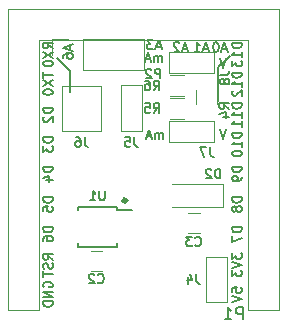
<source format=gbr>
G04 #@! TF.GenerationSoftware,KiCad,Pcbnew,6.0.4-1.fc34*
G04 #@! TF.CreationDate,2023-10-23T18:29:32+02:00*
G04 #@! TF.ProjectId,Microduino_ADC_DE,4d696372-6f64-4756-996e-6f5f4144435f,1.0*
G04 #@! TF.SameCoordinates,Original*
G04 #@! TF.FileFunction,Legend,Bot*
G04 #@! TF.FilePolarity,Positive*
%FSLAX46Y46*%
G04 Gerber Fmt 4.6, Leading zero omitted, Abs format (unit mm)*
G04 Created by KiCad (PCBNEW 6.0.4-1.fc34) date 2023-10-23 18:29:32*
%MOMM*%
%LPD*%
G01*
G04 APERTURE LIST*
%ADD10C,0.300000*%
%ADD11C,0.150000*%
%ADD12C,0.120000*%
G04 APERTURE END LIST*
D10*
X150028705Y-80225000D02*
G75*
G03*
X150028705Y-80225000I-167705J0D01*
G01*
D11*
X158452666Y-74186904D02*
X158186000Y-74986904D01*
X157919333Y-74186904D01*
X153046714Y-68486904D02*
X153046714Y-67953571D01*
X153046714Y-68029761D02*
X153008619Y-67991666D01*
X152932428Y-67953571D01*
X152818142Y-67953571D01*
X152741952Y-67991666D01*
X152703857Y-68067857D01*
X152703857Y-68486904D01*
X152703857Y-68067857D02*
X152665761Y-67991666D01*
X152589571Y-67953571D01*
X152475285Y-67953571D01*
X152399095Y-67991666D01*
X152361000Y-68067857D01*
X152361000Y-68486904D01*
X152018142Y-68258333D02*
X151637190Y-68258333D01*
X152094333Y-68486904D02*
X151827666Y-67686904D01*
X151561000Y-68486904D01*
X158427666Y-68186904D02*
X158161000Y-68986904D01*
X157894333Y-68186904D01*
X153121714Y-75036904D02*
X153121714Y-74503571D01*
X153121714Y-74579761D02*
X153083619Y-74541666D01*
X153007428Y-74503571D01*
X152893142Y-74503571D01*
X152816952Y-74541666D01*
X152778857Y-74617857D01*
X152778857Y-75036904D01*
X152778857Y-74617857D02*
X152740761Y-74541666D01*
X152664571Y-74503571D01*
X152550285Y-74503571D01*
X152474095Y-74541666D01*
X152436000Y-74617857D01*
X152436000Y-75036904D01*
X152093142Y-74808333D02*
X151712190Y-74808333D01*
X152169333Y-75036904D02*
X151902666Y-74236904D01*
X151636000Y-75036904D01*
X159839095Y-90287380D02*
X159839095Y-89287380D01*
X159458142Y-89287380D01*
X159362904Y-89335000D01*
X159315285Y-89382619D01*
X159267666Y-89477857D01*
X159267666Y-89620714D01*
X159315285Y-89715952D01*
X159362904Y-89763571D01*
X159458142Y-89811190D01*
X159839095Y-89811190D01*
X158315285Y-90287380D02*
X158886714Y-90287380D01*
X158601000Y-90287380D02*
X158601000Y-89287380D01*
X158696238Y-89430238D01*
X158791476Y-89525476D01*
X158886714Y-89573095D01*
X156882428Y-67408333D02*
X156501476Y-67408333D01*
X156958619Y-67636904D02*
X156691952Y-66836904D01*
X156425285Y-67636904D01*
X155739571Y-67636904D02*
X156196714Y-67636904D01*
X155968142Y-67636904D02*
X155968142Y-66836904D01*
X156044333Y-66951190D01*
X156120523Y-67027380D01*
X156196714Y-67065476D01*
X143742904Y-77374523D02*
X142942904Y-77374523D01*
X142942904Y-77565000D01*
X142981000Y-77679285D01*
X143057190Y-77755476D01*
X143133380Y-77793571D01*
X143285761Y-77831666D01*
X143400047Y-77831666D01*
X143552428Y-77793571D01*
X143628619Y-77755476D01*
X143704809Y-77679285D01*
X143742904Y-77565000D01*
X143742904Y-77374523D01*
X143209571Y-78517380D02*
X143742904Y-78517380D01*
X142904809Y-78326904D02*
X143476238Y-78136428D01*
X143476238Y-78631666D01*
X158942904Y-84674523D02*
X158942904Y-85169761D01*
X159247666Y-84903095D01*
X159247666Y-85017380D01*
X159285761Y-85093571D01*
X159323857Y-85131666D01*
X159400047Y-85169761D01*
X159590523Y-85169761D01*
X159666714Y-85131666D01*
X159704809Y-85093571D01*
X159742904Y-85017380D01*
X159742904Y-84788809D01*
X159704809Y-84712619D01*
X159666714Y-84674523D01*
X158942904Y-85398333D02*
X159742904Y-85665000D01*
X158942904Y-85931666D01*
X158942904Y-86122142D02*
X158942904Y-86617380D01*
X159247666Y-86350714D01*
X159247666Y-86465000D01*
X159285761Y-86541190D01*
X159323857Y-86579285D01*
X159400047Y-86617380D01*
X159590523Y-86617380D01*
X159666714Y-86579285D01*
X159704809Y-86541190D01*
X159742904Y-86465000D01*
X159742904Y-86236428D01*
X159704809Y-86160238D01*
X159666714Y-86122142D01*
X159742904Y-71993571D02*
X158942904Y-71993571D01*
X158942904Y-72184047D01*
X158981000Y-72298333D01*
X159057190Y-72374523D01*
X159133380Y-72412619D01*
X159285761Y-72450714D01*
X159400047Y-72450714D01*
X159552428Y-72412619D01*
X159628619Y-72374523D01*
X159704809Y-72298333D01*
X159742904Y-72184047D01*
X159742904Y-71993571D01*
X159742904Y-73212619D02*
X159742904Y-72755476D01*
X159742904Y-72984047D02*
X158942904Y-72984047D01*
X159057190Y-72907857D01*
X159133380Y-72831666D01*
X159171476Y-72755476D01*
X159742904Y-73974523D02*
X159742904Y-73517380D01*
X159742904Y-73745952D02*
X158942904Y-73745952D01*
X159057190Y-73669761D01*
X159133380Y-73593571D01*
X159171476Y-73517380D01*
X159742904Y-79974523D02*
X158942904Y-79974523D01*
X158942904Y-80165000D01*
X158981000Y-80279285D01*
X159057190Y-80355476D01*
X159133380Y-80393571D01*
X159285761Y-80431666D01*
X159400047Y-80431666D01*
X159552428Y-80393571D01*
X159628619Y-80355476D01*
X159704809Y-80279285D01*
X159742904Y-80165000D01*
X159742904Y-79974523D01*
X159285761Y-80888809D02*
X159247666Y-80812619D01*
X159209571Y-80774523D01*
X159133380Y-80736428D01*
X159095285Y-80736428D01*
X159019095Y-80774523D01*
X158981000Y-80812619D01*
X158942904Y-80888809D01*
X158942904Y-81041190D01*
X158981000Y-81117380D01*
X159019095Y-81155476D01*
X159095285Y-81193571D01*
X159133380Y-81193571D01*
X159209571Y-81155476D01*
X159247666Y-81117380D01*
X159285761Y-81041190D01*
X159285761Y-80888809D01*
X159323857Y-80812619D01*
X159361952Y-80774523D01*
X159438142Y-80736428D01*
X159590523Y-80736428D01*
X159666714Y-80774523D01*
X159704809Y-80812619D01*
X159742904Y-80888809D01*
X159742904Y-81041190D01*
X159704809Y-81117380D01*
X159666714Y-81155476D01*
X159590523Y-81193571D01*
X159438142Y-81193571D01*
X159361952Y-81155476D01*
X159323857Y-81117380D01*
X159285761Y-81041190D01*
X158482428Y-67408333D02*
X158101476Y-67408333D01*
X158558619Y-67636904D02*
X158291952Y-66836904D01*
X158025285Y-67636904D01*
X157606238Y-66836904D02*
X157530047Y-66836904D01*
X157453857Y-66875000D01*
X157415761Y-66913095D01*
X157377666Y-66989285D01*
X157339571Y-67141666D01*
X157339571Y-67332142D01*
X157377666Y-67484523D01*
X157415761Y-67560714D01*
X157453857Y-67598809D01*
X157530047Y-67636904D01*
X157606238Y-67636904D01*
X157682428Y-67598809D01*
X157720523Y-67560714D01*
X157758619Y-67484523D01*
X157796714Y-67332142D01*
X157796714Y-67141666D01*
X157758619Y-66989285D01*
X157720523Y-66913095D01*
X157682428Y-66875000D01*
X157606238Y-66836904D01*
X143742904Y-79974523D02*
X142942904Y-79974523D01*
X142942904Y-80165000D01*
X142981000Y-80279285D01*
X143057190Y-80355476D01*
X143133380Y-80393571D01*
X143285761Y-80431666D01*
X143400047Y-80431666D01*
X143552428Y-80393571D01*
X143628619Y-80355476D01*
X143704809Y-80279285D01*
X143742904Y-80165000D01*
X143742904Y-79974523D01*
X142942904Y-81155476D02*
X142942904Y-80774523D01*
X143323857Y-80736428D01*
X143285761Y-80774523D01*
X143247666Y-80850714D01*
X143247666Y-81041190D01*
X143285761Y-81117380D01*
X143323857Y-81155476D01*
X143400047Y-81193571D01*
X143590523Y-81193571D01*
X143666714Y-81155476D01*
X143704809Y-81117380D01*
X143742904Y-81041190D01*
X143742904Y-80850714D01*
X143704809Y-80774523D01*
X143666714Y-80736428D01*
X142981000Y-87555476D02*
X142942904Y-87479285D01*
X142942904Y-87365000D01*
X142981000Y-87250714D01*
X143057190Y-87174523D01*
X143133380Y-87136428D01*
X143285761Y-87098333D01*
X143400047Y-87098333D01*
X143552428Y-87136428D01*
X143628619Y-87174523D01*
X143704809Y-87250714D01*
X143742904Y-87365000D01*
X143742904Y-87441190D01*
X143704809Y-87555476D01*
X143666714Y-87593571D01*
X143400047Y-87593571D01*
X143400047Y-87441190D01*
X143742904Y-87936428D02*
X142942904Y-87936428D01*
X143742904Y-88393571D01*
X142942904Y-88393571D01*
X143742904Y-88774523D02*
X142942904Y-88774523D01*
X142942904Y-88965000D01*
X142981000Y-89079285D01*
X143057190Y-89155476D01*
X143133380Y-89193571D01*
X143285761Y-89231666D01*
X143400047Y-89231666D01*
X143552428Y-89193571D01*
X143628619Y-89155476D01*
X143704809Y-89079285D01*
X143742904Y-88965000D01*
X143742904Y-88774523D01*
X142942904Y-69374523D02*
X142942904Y-69831666D01*
X143742904Y-69603095D02*
X142942904Y-69603095D01*
X142942904Y-70022142D02*
X143742904Y-70555476D01*
X142942904Y-70555476D02*
X143742904Y-70022142D01*
X142942904Y-71012619D02*
X142942904Y-71088809D01*
X142981000Y-71165000D01*
X143019095Y-71203095D01*
X143095285Y-71241190D01*
X143247666Y-71279285D01*
X143438142Y-71279285D01*
X143590523Y-71241190D01*
X143666714Y-71203095D01*
X143704809Y-71165000D01*
X143742904Y-71088809D01*
X143742904Y-71012619D01*
X143704809Y-70936428D01*
X143666714Y-70898333D01*
X143590523Y-70860238D01*
X143438142Y-70822142D01*
X143247666Y-70822142D01*
X143095285Y-70860238D01*
X143019095Y-70898333D01*
X142981000Y-70936428D01*
X142942904Y-71012619D01*
X155132428Y-67408333D02*
X154751476Y-67408333D01*
X155208619Y-67636904D02*
X154941952Y-66836904D01*
X154675285Y-67636904D01*
X154446714Y-66913095D02*
X154408619Y-66875000D01*
X154332428Y-66836904D01*
X154141952Y-66836904D01*
X154065761Y-66875000D01*
X154027666Y-66913095D01*
X153989571Y-66989285D01*
X153989571Y-67065476D01*
X154027666Y-67179761D01*
X154484809Y-67636904D01*
X153989571Y-67636904D01*
X152907428Y-67208333D02*
X152526476Y-67208333D01*
X152983619Y-67436904D02*
X152716952Y-66636904D01*
X152450285Y-67436904D01*
X152259809Y-66636904D02*
X151764571Y-66636904D01*
X152031238Y-66941666D01*
X151916952Y-66941666D01*
X151840761Y-66979761D01*
X151802666Y-67017857D01*
X151764571Y-67094047D01*
X151764571Y-67284523D01*
X151802666Y-67360714D01*
X151840761Y-67398809D01*
X151916952Y-67436904D01*
X152145523Y-67436904D01*
X152221714Y-67398809D01*
X152259809Y-67360714D01*
X159742904Y-74493571D02*
X158942904Y-74493571D01*
X158942904Y-74684047D01*
X158981000Y-74798333D01*
X159057190Y-74874523D01*
X159133380Y-74912619D01*
X159285761Y-74950714D01*
X159400047Y-74950714D01*
X159552428Y-74912619D01*
X159628619Y-74874523D01*
X159704809Y-74798333D01*
X159742904Y-74684047D01*
X159742904Y-74493571D01*
X159742904Y-75712619D02*
X159742904Y-75255476D01*
X159742904Y-75484047D02*
X158942904Y-75484047D01*
X159057190Y-75407857D01*
X159133380Y-75331666D01*
X159171476Y-75255476D01*
X158942904Y-76207857D02*
X158942904Y-76284047D01*
X158981000Y-76360238D01*
X159019095Y-76398333D01*
X159095285Y-76436428D01*
X159247666Y-76474523D01*
X159438142Y-76474523D01*
X159590523Y-76436428D01*
X159666714Y-76398333D01*
X159704809Y-76360238D01*
X159742904Y-76284047D01*
X159742904Y-76207857D01*
X159704809Y-76131666D01*
X159666714Y-76093571D01*
X159590523Y-76055476D01*
X159438142Y-76017380D01*
X159247666Y-76017380D01*
X159095285Y-76055476D01*
X159019095Y-76093571D01*
X158981000Y-76131666D01*
X158942904Y-76207857D01*
X143742904Y-82474523D02*
X142942904Y-82474523D01*
X142942904Y-82665000D01*
X142981000Y-82779285D01*
X143057190Y-82855476D01*
X143133380Y-82893571D01*
X143285761Y-82931666D01*
X143400047Y-82931666D01*
X143552428Y-82893571D01*
X143628619Y-82855476D01*
X143704809Y-82779285D01*
X143742904Y-82665000D01*
X143742904Y-82474523D01*
X142942904Y-83617380D02*
X142942904Y-83465000D01*
X142981000Y-83388809D01*
X143019095Y-83350714D01*
X143133380Y-83274523D01*
X143285761Y-83236428D01*
X143590523Y-83236428D01*
X143666714Y-83274523D01*
X143704809Y-83312619D01*
X143742904Y-83388809D01*
X143742904Y-83541190D01*
X143704809Y-83617380D01*
X143666714Y-83655476D01*
X143590523Y-83693571D01*
X143400047Y-83693571D01*
X143323857Y-83655476D01*
X143285761Y-83617380D01*
X143247666Y-83541190D01*
X143247666Y-83388809D01*
X143285761Y-83312619D01*
X143323857Y-83274523D01*
X143400047Y-83236428D01*
X143742904Y-74874523D02*
X142942904Y-74874523D01*
X142942904Y-75065000D01*
X142981000Y-75179285D01*
X143057190Y-75255476D01*
X143133380Y-75293571D01*
X143285761Y-75331666D01*
X143400047Y-75331666D01*
X143552428Y-75293571D01*
X143628619Y-75255476D01*
X143704809Y-75179285D01*
X143742904Y-75065000D01*
X143742904Y-74874523D01*
X142942904Y-75598333D02*
X142942904Y-76093571D01*
X143247666Y-75826904D01*
X143247666Y-75941190D01*
X143285761Y-76017380D01*
X143323857Y-76055476D01*
X143400047Y-76093571D01*
X143590523Y-76093571D01*
X143666714Y-76055476D01*
X143704809Y-76017380D01*
X143742904Y-75941190D01*
X143742904Y-75712619D01*
X143704809Y-75636428D01*
X143666714Y-75598333D01*
X159742904Y-69393571D02*
X158942904Y-69393571D01*
X158942904Y-69584047D01*
X158981000Y-69698333D01*
X159057190Y-69774523D01*
X159133380Y-69812619D01*
X159285761Y-69850714D01*
X159400047Y-69850714D01*
X159552428Y-69812619D01*
X159628619Y-69774523D01*
X159704809Y-69698333D01*
X159742904Y-69584047D01*
X159742904Y-69393571D01*
X159742904Y-70612619D02*
X159742904Y-70155476D01*
X159742904Y-70384047D02*
X158942904Y-70384047D01*
X159057190Y-70307857D01*
X159133380Y-70231666D01*
X159171476Y-70155476D01*
X159019095Y-70917380D02*
X158981000Y-70955476D01*
X158942904Y-71031666D01*
X158942904Y-71222142D01*
X158981000Y-71298333D01*
X159019095Y-71336428D01*
X159095285Y-71374523D01*
X159171476Y-71374523D01*
X159285761Y-71336428D01*
X159742904Y-70879285D01*
X159742904Y-71374523D01*
X143742904Y-85226904D02*
X143361952Y-84960238D01*
X143742904Y-84769761D02*
X142942904Y-84769761D01*
X142942904Y-85074523D01*
X142981000Y-85150714D01*
X143019095Y-85188809D01*
X143095285Y-85226904D01*
X143209571Y-85226904D01*
X143285761Y-85188809D01*
X143323857Y-85150714D01*
X143361952Y-85074523D01*
X143361952Y-84769761D01*
X143704809Y-85531666D02*
X143742904Y-85645952D01*
X143742904Y-85836428D01*
X143704809Y-85912619D01*
X143666714Y-85950714D01*
X143590523Y-85988809D01*
X143514333Y-85988809D01*
X143438142Y-85950714D01*
X143400047Y-85912619D01*
X143361952Y-85836428D01*
X143323857Y-85684047D01*
X143285761Y-85607857D01*
X143247666Y-85569761D01*
X143171476Y-85531666D01*
X143095285Y-85531666D01*
X143019095Y-85569761D01*
X142981000Y-85607857D01*
X142942904Y-85684047D01*
X142942904Y-85874523D01*
X142981000Y-85988809D01*
X142942904Y-86217380D02*
X142942904Y-86674523D01*
X143742904Y-86445952D02*
X142942904Y-86445952D01*
X145214333Y-67093571D02*
X145214333Y-67474523D01*
X145442904Y-67017380D02*
X144642904Y-67284047D01*
X145442904Y-67550714D01*
X144642904Y-68160238D02*
X144642904Y-68007857D01*
X144681000Y-67931666D01*
X144719095Y-67893571D01*
X144833380Y-67817380D01*
X144985761Y-67779285D01*
X145290523Y-67779285D01*
X145366714Y-67817380D01*
X145404809Y-67855476D01*
X145442904Y-67931666D01*
X145442904Y-68084047D01*
X145404809Y-68160238D01*
X145366714Y-68198333D01*
X145290523Y-68236428D01*
X145100047Y-68236428D01*
X145023857Y-68198333D01*
X144985761Y-68160238D01*
X144947666Y-68084047D01*
X144947666Y-67931666D01*
X144985761Y-67855476D01*
X145023857Y-67817380D01*
X145100047Y-67779285D01*
X159742904Y-77374523D02*
X158942904Y-77374523D01*
X158942904Y-77565000D01*
X158981000Y-77679285D01*
X159057190Y-77755476D01*
X159133380Y-77793571D01*
X159285761Y-77831666D01*
X159400047Y-77831666D01*
X159552428Y-77793571D01*
X159628619Y-77755476D01*
X159704809Y-77679285D01*
X159742904Y-77565000D01*
X159742904Y-77374523D01*
X159742904Y-78212619D02*
X159742904Y-78365000D01*
X159704809Y-78441190D01*
X159666714Y-78479285D01*
X159552428Y-78555476D01*
X159400047Y-78593571D01*
X159095285Y-78593571D01*
X159019095Y-78555476D01*
X158981000Y-78517380D01*
X158942904Y-78441190D01*
X158942904Y-78288809D01*
X158981000Y-78212619D01*
X159019095Y-78174523D01*
X159095285Y-78136428D01*
X159285761Y-78136428D01*
X159361952Y-78174523D01*
X159400047Y-78212619D01*
X159438142Y-78288809D01*
X159438142Y-78441190D01*
X159400047Y-78517380D01*
X159361952Y-78555476D01*
X159285761Y-78593571D01*
X143742904Y-67350714D02*
X143361952Y-67084047D01*
X143742904Y-66893571D02*
X142942904Y-66893571D01*
X142942904Y-67198333D01*
X142981000Y-67274523D01*
X143019095Y-67312619D01*
X143095285Y-67350714D01*
X143209571Y-67350714D01*
X143285761Y-67312619D01*
X143323857Y-67274523D01*
X143361952Y-67198333D01*
X143361952Y-66893571D01*
X142942904Y-67617380D02*
X143742904Y-68150714D01*
X142942904Y-68150714D02*
X143742904Y-67617380D01*
X142942904Y-68607857D02*
X142942904Y-68684047D01*
X142981000Y-68760238D01*
X143019095Y-68798333D01*
X143095285Y-68836428D01*
X143247666Y-68874523D01*
X143438142Y-68874523D01*
X143590523Y-68836428D01*
X143666714Y-68798333D01*
X143704809Y-68760238D01*
X143742904Y-68684047D01*
X143742904Y-68607857D01*
X143704809Y-68531666D01*
X143666714Y-68493571D01*
X143590523Y-68455476D01*
X143438142Y-68417380D01*
X143247666Y-68417380D01*
X143095285Y-68455476D01*
X143019095Y-68493571D01*
X142981000Y-68531666D01*
X142942904Y-68607857D01*
X158942904Y-88012619D02*
X158942904Y-87631666D01*
X159323857Y-87593571D01*
X159285761Y-87631666D01*
X159247666Y-87707857D01*
X159247666Y-87898333D01*
X159285761Y-87974523D01*
X159323857Y-88012619D01*
X159400047Y-88050714D01*
X159590523Y-88050714D01*
X159666714Y-88012619D01*
X159704809Y-87974523D01*
X159742904Y-87898333D01*
X159742904Y-87707857D01*
X159704809Y-87631666D01*
X159666714Y-87593571D01*
X158942904Y-88279285D02*
X159742904Y-88545952D01*
X158942904Y-88812619D01*
X159742904Y-82474523D02*
X158942904Y-82474523D01*
X158942904Y-82665000D01*
X158981000Y-82779285D01*
X159057190Y-82855476D01*
X159133380Y-82893571D01*
X159285761Y-82931666D01*
X159400047Y-82931666D01*
X159552428Y-82893571D01*
X159628619Y-82855476D01*
X159704809Y-82779285D01*
X159742904Y-82665000D01*
X159742904Y-82474523D01*
X158942904Y-83198333D02*
X158942904Y-83731666D01*
X159742904Y-83388809D01*
X143742904Y-72374523D02*
X142942904Y-72374523D01*
X142942904Y-72565000D01*
X142981000Y-72679285D01*
X143057190Y-72755476D01*
X143133380Y-72793571D01*
X143285761Y-72831666D01*
X143400047Y-72831666D01*
X143552428Y-72793571D01*
X143628619Y-72755476D01*
X143704809Y-72679285D01*
X143742904Y-72565000D01*
X143742904Y-72374523D01*
X143019095Y-73136428D02*
X142981000Y-73174523D01*
X142942904Y-73250714D01*
X142942904Y-73441190D01*
X142981000Y-73517380D01*
X143019095Y-73555476D01*
X143095285Y-73593571D01*
X143171476Y-73593571D01*
X143285761Y-73555476D01*
X143742904Y-73098333D01*
X143742904Y-73593571D01*
X159742904Y-66893571D02*
X158942904Y-66893571D01*
X158942904Y-67084047D01*
X158981000Y-67198333D01*
X159057190Y-67274523D01*
X159133380Y-67312619D01*
X159285761Y-67350714D01*
X159400047Y-67350714D01*
X159552428Y-67312619D01*
X159628619Y-67274523D01*
X159704809Y-67198333D01*
X159742904Y-67084047D01*
X159742904Y-66893571D01*
X159742904Y-68112619D02*
X159742904Y-67655476D01*
X159742904Y-67884047D02*
X158942904Y-67884047D01*
X159057190Y-67807857D01*
X159133380Y-67731666D01*
X159171476Y-67655476D01*
X158942904Y-68379285D02*
X158942904Y-68874523D01*
X159247666Y-68607857D01*
X159247666Y-68722142D01*
X159285761Y-68798333D01*
X159323857Y-68836428D01*
X159400047Y-68874523D01*
X159590523Y-68874523D01*
X159666714Y-68836428D01*
X159704809Y-68798333D01*
X159742904Y-68722142D01*
X159742904Y-68493571D01*
X159704809Y-68417380D01*
X159666714Y-68379285D01*
X155927666Y-86461904D02*
X155927666Y-87033333D01*
X155965761Y-87147619D01*
X156041952Y-87223809D01*
X156156238Y-87261904D01*
X156232428Y-87261904D01*
X155203857Y-86728571D02*
X155203857Y-87261904D01*
X155394333Y-86423809D02*
X155584809Y-86995238D01*
X155089571Y-86995238D01*
X152851476Y-69861904D02*
X152851476Y-69061904D01*
X152546714Y-69061904D01*
X152470523Y-69100000D01*
X152432428Y-69138095D01*
X152394333Y-69214285D01*
X152394333Y-69328571D01*
X152432428Y-69404761D01*
X152470523Y-69442857D01*
X152546714Y-69480952D01*
X152851476Y-69480952D01*
X152089571Y-69138095D02*
X152051476Y-69100000D01*
X151975285Y-69061904D01*
X151784809Y-69061904D01*
X151708619Y-69100000D01*
X151670523Y-69138095D01*
X151632428Y-69214285D01*
X151632428Y-69290476D01*
X151670523Y-69404761D01*
X152127666Y-69861904D01*
X151632428Y-69861904D01*
X147594333Y-87160714D02*
X147632428Y-87198809D01*
X147746714Y-87236904D01*
X147822904Y-87236904D01*
X147937190Y-87198809D01*
X148013380Y-87122619D01*
X148051476Y-87046428D01*
X148089571Y-86894047D01*
X148089571Y-86779761D01*
X148051476Y-86627380D01*
X148013380Y-86551190D01*
X147937190Y-86475000D01*
X147822904Y-86436904D01*
X147746714Y-86436904D01*
X147632428Y-86475000D01*
X147594333Y-86513095D01*
X147289571Y-86513095D02*
X147251476Y-86475000D01*
X147175285Y-86436904D01*
X146984809Y-86436904D01*
X146908619Y-86475000D01*
X146870523Y-86513095D01*
X146832428Y-86589285D01*
X146832428Y-86665476D01*
X146870523Y-86779761D01*
X147327666Y-87236904D01*
X146832428Y-87236904D01*
X155819333Y-84010714D02*
X155857428Y-84048809D01*
X155971714Y-84086904D01*
X156047904Y-84086904D01*
X156162190Y-84048809D01*
X156238380Y-83972619D01*
X156276476Y-83896428D01*
X156314571Y-83744047D01*
X156314571Y-83629761D01*
X156276476Y-83477380D01*
X156238380Y-83401190D01*
X156162190Y-83325000D01*
X156047904Y-83286904D01*
X155971714Y-83286904D01*
X155857428Y-83325000D01*
X155819333Y-83363095D01*
X155552666Y-83286904D02*
X155057428Y-83286904D01*
X155324095Y-83591666D01*
X155209809Y-83591666D01*
X155133619Y-83629761D01*
X155095523Y-83667857D01*
X155057428Y-83744047D01*
X155057428Y-83934523D01*
X155095523Y-84010714D01*
X155133619Y-84048809D01*
X155209809Y-84086904D01*
X155438380Y-84086904D01*
X155514571Y-84048809D01*
X155552666Y-84010714D01*
X157951476Y-78336904D02*
X157951476Y-77536904D01*
X157761000Y-77536904D01*
X157646714Y-77575000D01*
X157570523Y-77651190D01*
X157532428Y-77727380D01*
X157494333Y-77879761D01*
X157494333Y-77994047D01*
X157532428Y-78146428D01*
X157570523Y-78222619D01*
X157646714Y-78298809D01*
X157761000Y-78336904D01*
X157951476Y-78336904D01*
X157189571Y-77613095D02*
X157151476Y-77575000D01*
X157075285Y-77536904D01*
X156884809Y-77536904D01*
X156808619Y-77575000D01*
X156770523Y-77613095D01*
X156732428Y-77689285D01*
X156732428Y-77765476D01*
X156770523Y-77879761D01*
X157227666Y-78336904D01*
X156732428Y-78336904D01*
X150677666Y-74861904D02*
X150677666Y-75433333D01*
X150715761Y-75547619D01*
X150791952Y-75623809D01*
X150906238Y-75661904D01*
X150982428Y-75661904D01*
X149915761Y-74861904D02*
X150296714Y-74861904D01*
X150334809Y-75242857D01*
X150296714Y-75204761D01*
X150220523Y-75166666D01*
X150030047Y-75166666D01*
X149953857Y-75204761D01*
X149915761Y-75242857D01*
X149877666Y-75319047D01*
X149877666Y-75509523D01*
X149915761Y-75585714D01*
X149953857Y-75623809D01*
X150030047Y-75661904D01*
X150220523Y-75661904D01*
X150296714Y-75623809D01*
X150334809Y-75585714D01*
X146477666Y-74861904D02*
X146477666Y-75433333D01*
X146515761Y-75547619D01*
X146591952Y-75623809D01*
X146706238Y-75661904D01*
X146782428Y-75661904D01*
X145753857Y-74861904D02*
X145906238Y-74861904D01*
X145982428Y-74900000D01*
X146020523Y-74938095D01*
X146096714Y-75052380D01*
X146134809Y-75204761D01*
X146134809Y-75509523D01*
X146096714Y-75585714D01*
X146058619Y-75623809D01*
X145982428Y-75661904D01*
X145830047Y-75661904D01*
X145753857Y-75623809D01*
X145715761Y-75585714D01*
X145677666Y-75509523D01*
X145677666Y-75319047D01*
X145715761Y-75242857D01*
X145753857Y-75204761D01*
X145830047Y-75166666D01*
X145982428Y-75166666D01*
X146058619Y-75204761D01*
X146096714Y-75242857D01*
X146134809Y-75319047D01*
X157077666Y-75736904D02*
X157077666Y-76308333D01*
X157115761Y-76422619D01*
X157191952Y-76498809D01*
X157306238Y-76536904D01*
X157382428Y-76536904D01*
X156772904Y-75736904D02*
X156239571Y-75736904D01*
X156582428Y-76536904D01*
X157922904Y-69583333D02*
X158494333Y-69583333D01*
X158608619Y-69545238D01*
X158684809Y-69469047D01*
X158722904Y-69354761D01*
X158722904Y-69278571D01*
X158265761Y-70078571D02*
X158227666Y-70002380D01*
X158189571Y-69964285D01*
X158113380Y-69926190D01*
X158075285Y-69926190D01*
X157999095Y-69964285D01*
X157961000Y-70002380D01*
X157922904Y-70078571D01*
X157922904Y-70230952D01*
X157961000Y-70307142D01*
X157999095Y-70345238D01*
X158075285Y-70383333D01*
X158113380Y-70383333D01*
X158189571Y-70345238D01*
X158227666Y-70307142D01*
X158265761Y-70230952D01*
X158265761Y-70078571D01*
X158303857Y-70002380D01*
X158341952Y-69964285D01*
X158418142Y-69926190D01*
X158570523Y-69926190D01*
X158646714Y-69964285D01*
X158684809Y-70002380D01*
X158722904Y-70078571D01*
X158722904Y-70230952D01*
X158684809Y-70307142D01*
X158646714Y-70345238D01*
X158570523Y-70383333D01*
X158418142Y-70383333D01*
X158341952Y-70345238D01*
X158303857Y-70307142D01*
X158265761Y-70230952D01*
X158672904Y-72441666D02*
X158291952Y-72175000D01*
X158672904Y-71984523D02*
X157872904Y-71984523D01*
X157872904Y-72289285D01*
X157911000Y-72365476D01*
X157949095Y-72403571D01*
X158025285Y-72441666D01*
X158139571Y-72441666D01*
X158215761Y-72403571D01*
X158253857Y-72365476D01*
X158291952Y-72289285D01*
X158291952Y-71984523D01*
X158139571Y-73127380D02*
X158672904Y-73127380D01*
X157834809Y-72936904D02*
X158406238Y-72746428D01*
X158406238Y-73241666D01*
X152294333Y-72786904D02*
X152561000Y-72405952D01*
X152751476Y-72786904D02*
X152751476Y-71986904D01*
X152446714Y-71986904D01*
X152370523Y-72025000D01*
X152332428Y-72063095D01*
X152294333Y-72139285D01*
X152294333Y-72253571D01*
X152332428Y-72329761D01*
X152370523Y-72367857D01*
X152446714Y-72405952D01*
X152751476Y-72405952D01*
X151570523Y-71986904D02*
X151951476Y-71986904D01*
X151989571Y-72367857D01*
X151951476Y-72329761D01*
X151875285Y-72291666D01*
X151684809Y-72291666D01*
X151608619Y-72329761D01*
X151570523Y-72367857D01*
X151532428Y-72444047D01*
X151532428Y-72634523D01*
X151570523Y-72710714D01*
X151608619Y-72748809D01*
X151684809Y-72786904D01*
X151875285Y-72786904D01*
X151951476Y-72748809D01*
X151989571Y-72710714D01*
X152294333Y-70886904D02*
X152561000Y-70505952D01*
X152751476Y-70886904D02*
X152751476Y-70086904D01*
X152446714Y-70086904D01*
X152370523Y-70125000D01*
X152332428Y-70163095D01*
X152294333Y-70239285D01*
X152294333Y-70353571D01*
X152332428Y-70429761D01*
X152370523Y-70467857D01*
X152446714Y-70505952D01*
X152751476Y-70505952D01*
X151608619Y-70086904D02*
X151761000Y-70086904D01*
X151837190Y-70125000D01*
X151875285Y-70163095D01*
X151951476Y-70277380D01*
X151989571Y-70429761D01*
X151989571Y-70734523D01*
X151951476Y-70810714D01*
X151913380Y-70848809D01*
X151837190Y-70886904D01*
X151684809Y-70886904D01*
X151608619Y-70848809D01*
X151570523Y-70810714D01*
X151532428Y-70734523D01*
X151532428Y-70544047D01*
X151570523Y-70467857D01*
X151608619Y-70429761D01*
X151684809Y-70391666D01*
X151837190Y-70391666D01*
X151913380Y-70429761D01*
X151951476Y-70467857D01*
X151989571Y-70544047D01*
X148170523Y-79411904D02*
X148170523Y-80059523D01*
X148132428Y-80135714D01*
X148094333Y-80173809D01*
X148018142Y-80211904D01*
X147865761Y-80211904D01*
X147789571Y-80173809D01*
X147751476Y-80135714D01*
X147713380Y-80059523D01*
X147713380Y-79411904D01*
X146913380Y-80211904D02*
X147370523Y-80211904D01*
X147141952Y-80211904D02*
X147141952Y-79411904D01*
X147218142Y-79526190D01*
X147294333Y-79602380D01*
X147370523Y-79640476D01*
D12*
X162911000Y-89495000D02*
X160251000Y-89495000D01*
X139931000Y-89495000D02*
X139931000Y-63975000D01*
X162911000Y-89495000D02*
X162911000Y-63975000D01*
D11*
X145181000Y-69265000D02*
X144081000Y-68165000D01*
X145181000Y-69265000D02*
X145181000Y-71065000D01*
D12*
X160251000Y-89495000D02*
X160251000Y-66635000D01*
X160251000Y-66635000D02*
X142591000Y-66635000D01*
X139931000Y-63975000D02*
X162911000Y-63975000D01*
X142591000Y-89495000D02*
X142591000Y-66635000D01*
D11*
X158781000Y-67965000D02*
X157781000Y-68965000D01*
X157781000Y-68965000D02*
X157781000Y-71765000D01*
D12*
X142591000Y-89495000D02*
X142591000Y-82685000D01*
X139931000Y-89495000D02*
X142591000Y-89495000D01*
X162911000Y-67845000D02*
X162911000Y-66515000D01*
X158501000Y-88810000D02*
X156721000Y-88810000D01*
X158501000Y-84990000D02*
X156721000Y-84990000D01*
X156721000Y-88810000D02*
X156721000Y-84990000D01*
X158501000Y-84990000D02*
X158501000Y-88810000D01*
X146331000Y-69205000D02*
X151471000Y-69205000D01*
X146331000Y-66545000D02*
X151471000Y-66545000D01*
X151471000Y-66545000D02*
X151471000Y-69205000D01*
X145061000Y-66545000D02*
X143731000Y-66545000D01*
X143731000Y-66545000D02*
X143731000Y-67875000D01*
X146331000Y-66545000D02*
X146331000Y-69205000D01*
X146961000Y-84525000D02*
X147961000Y-84525000D01*
X147961000Y-86225000D02*
X146961000Y-86225000D01*
X156186000Y-83000000D02*
X155186000Y-83000000D01*
X155186000Y-81300000D02*
X156186000Y-81300000D01*
X153886000Y-78800000D02*
X158186000Y-78800000D01*
X158186000Y-80800000D02*
X153886000Y-80800000D01*
X158186000Y-78800000D02*
X158186000Y-80800000D01*
X151326000Y-70490000D02*
X151326000Y-74310000D01*
X149546000Y-74310000D02*
X149546000Y-70490000D01*
X149546000Y-74310000D02*
X151326000Y-74310000D01*
X149546000Y-70490000D02*
X151326000Y-70490000D01*
X146046000Y-74335000D02*
X144516000Y-74335000D01*
X147826000Y-70515000D02*
X147826000Y-74335000D01*
X146046000Y-74335000D02*
X147826000Y-74335000D01*
X144516000Y-74335000D02*
X144516000Y-70515000D01*
X146046000Y-70515000D02*
X147826000Y-70515000D01*
X146046000Y-70515000D02*
X144516000Y-70515000D01*
X153576000Y-75290000D02*
X153576000Y-73510000D01*
X153576000Y-73510000D02*
X157396000Y-73510000D01*
X157396000Y-75290000D02*
X157396000Y-73510000D01*
X157396000Y-75290000D02*
X153576000Y-75290000D01*
X153576000Y-67685000D02*
X157396000Y-67685000D01*
X153576000Y-69465000D02*
X153576000Y-67685000D01*
X157396000Y-69465000D02*
X157396000Y-67685000D01*
X157396000Y-69465000D02*
X153576000Y-69465000D01*
X155881000Y-70875000D02*
X155881000Y-72075000D01*
X157641000Y-72075000D02*
X157641000Y-70875000D01*
X153686000Y-73330000D02*
X154886000Y-73330000D01*
X154886000Y-71570000D02*
X153686000Y-71570000D01*
X153686000Y-71405000D02*
X154886000Y-71405000D01*
X154886000Y-69645000D02*
X153686000Y-69645000D01*
D11*
X145886000Y-84125000D02*
X145886000Y-83825000D01*
X149236000Y-80775000D02*
X149236000Y-81000000D01*
X145886000Y-80775000D02*
X145886000Y-81075000D01*
X149236000Y-84125000D02*
X149236000Y-83825000D01*
X149236000Y-81000000D02*
X150461000Y-81000000D01*
X149236000Y-80775000D02*
X145886000Y-80775000D01*
X149236000Y-84125000D02*
X145886000Y-84125000D01*
M02*

</source>
